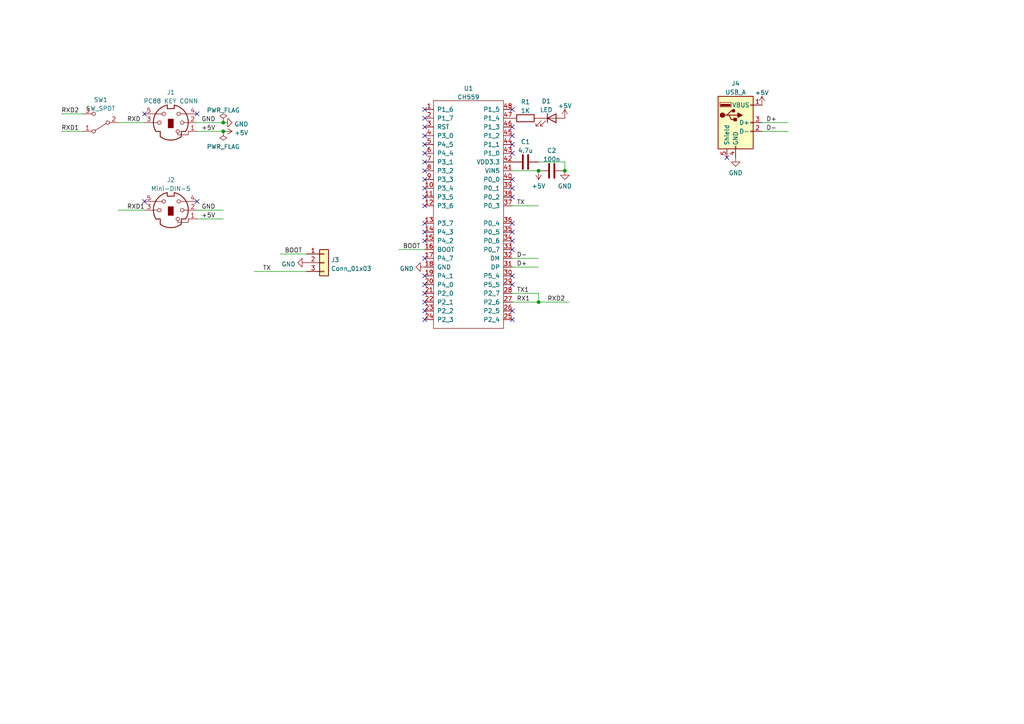
<source format=kicad_sch>
(kicad_sch (version 20211123) (generator eeschema)
  (paper "A4")
  (lib_symbols
    (symbol "Connector:Mini-DIN-5" (pin_names (offset 1.016))
      (property "Reference" "J" (at 0 6.35 0))
      (property "Value" "Mini-DIN-5" (at 0 -6.35 0))
      (symbol "Mini-DIN-5_0_1"
        (circle (center -3.302 0) (radius 0.508))
        (arc (start -3.048 -4.064) (mid 0 -5.08) (end 3.048 -4.064) (stroke (width 0.254)))
        (circle (center -2.032 2.54) (radius 0.508))
        (arc (start -1.016 5.08) (mid -4.6228 2.1214) (end -4.318 -2.54) (stroke (width 0.254)))
        (rectangle (start -0.762 1.016) (end 0.762 -1.524) (fill (type outline)))
        (polyline (pts (xy -3.81 0) (xy -5.08 0)))
        (polyline (pts (xy -2.54 2.54) (xy -5.08 2.54)))
        (polyline (pts (xy 2.794 2.54) (xy 5.08 2.54)))
        (polyline (pts (xy 5.08 0) (xy 3.81 0)))
        (polyline (pts (xy -4.318 -2.54) (xy -3.048 -2.54) (xy -3.048 -4.064)) (stroke (width 0.254)))
        (polyline (pts (xy 4.318 -2.54) (xy 3.048 -2.54) (xy 3.048 -4.064)) (stroke (width 0.254)))
        (polyline (pts (xy -1.016 5.08) (xy -1.016 4.064) (xy 1.016 4.064) (xy 1.016 5.08)) (stroke (width 0.254)))
        (polyline (pts (xy 2.032 -3.048) (xy 2.032 -3.556) (xy 5.08 -3.556) (xy 5.08 -2.54)))
        (circle (center 2.032 -2.54) (radius 0.508))
        (circle (center 2.286 2.54) (radius 0.508))
        (circle (center 3.302 0) (radius 0.508))
        (arc (start 4.318 -2.54) (mid 4.6661 2.1322) (end 1.016 5.08) (stroke (width 0.254)))
      )
      (symbol "Mini-DIN-5_1_1"
        (pin passive line (at 7.62 -2.54 180) (length 2.54) (name "~") (number "1"))
        (pin passive line (at 7.62 0 180) (length 2.54) (name "~") (number "2"))
        (pin passive line (at -7.62 0 0) (length 2.54) (name "~") (number "3"))
        (pin passive line (at 7.62 2.54 180) (length 2.54) (name "~") (number "4"))
        (pin passive line (at -7.62 2.54 0) (length 2.54) (name "~") (number "5"))
      )
    )
    (symbol "Connector:USB_A" (pin_names (offset 1.016))
      (property "Reference" "J" (at -5.08 11.43 0))
      (property "Value" "USB_A" (at -5.08 8.89 0))
      (symbol "USB_A_0_1"
        (rectangle (start -5.08 -7.62) (end 5.08 7.62) (stroke (width 0.254)) (fill (type background)))
        (circle (center -3.81 2.159) (radius 0.635) (stroke (width 0.254)) (fill (type outline)))
        (rectangle (start -1.524 4.826) (end -4.318 5.334) (fill (type outline)))
        (rectangle (start -1.27 4.572) (end -4.572 5.842))
        (circle (center -0.635 3.429) (radius 0.381) (stroke (width 0.254)) (fill (type outline)))
        (rectangle (start -0.127 -7.62) (end 0.127 -6.858))
        (polyline (pts (xy -3.175 2.159) (xy -2.54 2.159) (xy -1.27 3.429) (xy -0.635 3.429)) (stroke (width 0.254)))
        (polyline (pts (xy -2.54 2.159) (xy -1.905 2.159) (xy -1.27 0.889) (xy 0 0.889)) (stroke (width 0.254)))
        (polyline (pts (xy 0.635 2.794) (xy 0.635 1.524) (xy 1.905 2.159) (xy 0.635 2.794)) (stroke (width 0.254)) (fill (type outline)))
        (rectangle (start 0.254 1.27) (end -0.508 0.508) (stroke (width 0.254)) (fill (type outline)))
        (rectangle (start 5.08 -2.667) (end 4.318 -2.413))
        (rectangle (start 5.08 -0.127) (end 4.318 0.127))
        (rectangle (start 5.08 4.953) (end 4.318 5.207))
      )
      (symbol "USB_A_1_1"
        (polyline (pts (xy -1.905 2.159) (xy 0.635 2.159)) (stroke (width 0.254)))
        (pin power_in line (at 7.62 5.08 180) (length 2.54) (name "VBUS") (number "1"))
        (pin bidirectional line (at 7.62 -2.54 180) (length 2.54) (name "D-") (number "2"))
        (pin bidirectional line (at 7.62 0 180) (length 2.54) (name "D+") (number "3"))
        (pin power_in line (at 0 -10.16 90) (length 2.54) (name "GND") (number "4"))
        (pin passive line (at -2.54 -10.16 90) (length 2.54) (name "Shield") (number "5"))
      )
    )
    (symbol "Connector_Generic:Conn_01x03" (pin_names (offset 1.016) hide)
      (property "Reference" "J" (at 0 5.08 0))
      (property "Value" "Conn_01x03" (at 0 -5.08 0))
      (symbol "Conn_01x03_1_1"
        (rectangle (start -1.27 -2.413) (end 0 -2.667) (stroke (width 0.1524)))
        (rectangle (start -1.27 0.127) (end 0 -0.127) (stroke (width 0.1524)))
        (rectangle (start -1.27 2.667) (end 0 2.413) (stroke (width 0.1524)))
        (rectangle (start -1.27 3.81) (end 1.27 -3.81) (stroke (width 0.254)) (fill (type background)))
        (pin passive line (at -5.08 2.54 0) (length 3.81) (name "Pin_1") (number "1"))
        (pin passive line (at -5.08 0 0) (length 3.81) (name "Pin_2") (number "2"))
        (pin passive line (at -5.08 -2.54 0) (length 3.81) (name "Pin_3") (number "3"))
      )
    )
    (symbol "Device:C" (pin_numbers hide) (pin_names (offset 0.254))
      (property "Reference" "C" (at 0.635 2.54 0))
      (property "Value" "C" (at 0.635 -2.54 0))
      (symbol "C_0_1"
        (polyline (pts (xy -2.032 -0.762) (xy 2.032 -0.762)) (stroke (width 0.508)))
        (polyline (pts (xy -2.032 0.762) (xy 2.032 0.762)) (stroke (width 0.508)))
      )
      (symbol "C_1_1"
        (pin passive line (at 0 3.81 270) (length 2.794) (name "~") (number "1"))
        (pin passive line (at 0 -3.81 90) (length 2.794) (name "~") (number "2"))
      )
    )
    (symbol "Device:LED" (pin_numbers hide) (pin_names (offset 1.016) hide)
      (property "Reference" "D" (at 0 2.54 0))
      (property "Value" "LED" (at 0 -2.54 0))
      (symbol "LED_0_1"
        (polyline (pts (xy -1.27 -1.27) (xy -1.27 1.27)) (stroke (width 0.254)))
        (polyline (pts (xy -1.27 0) (xy 1.27 0)))
        (polyline (pts (xy 1.27 -1.27) (xy 1.27 1.27) (xy -1.27 0) (xy 1.27 -1.27)) (stroke (width 0.254)))
        (polyline (pts (xy -3.048 -0.762) (xy -4.572 -2.286) (xy -3.81 -2.286) (xy -4.572 -2.286) (xy -4.572 -1.524)))
        (polyline (pts (xy -1.778 -0.762) (xy -3.302 -2.286) (xy -2.54 -2.286) (xy -3.302 -2.286) (xy -3.302 -1.524)))
      )
      (symbol "LED_1_1"
        (pin passive line (at -3.81 0 0) (length 2.54) (name "K") (number "1"))
        (pin passive line (at 3.81 0 180) (length 2.54) (name "A") (number "2"))
      )
    )
    (symbol "Device:R" (pin_numbers hide) (pin_names (offset 0))
      (property "Reference" "R" (at 2.032 0 90))
      (property "Value" "R" (at 0 0 90))
      (symbol "R_0_1"
        (rectangle (start -1.016 -2.54) (end 1.016 2.54) (stroke (width 0.254)))
      )
      (symbol "R_1_1"
        (pin passive line (at 0 3.81 270) (length 1.27) (name "~") (number "1"))
        (pin passive line (at 0 -3.81 90) (length 1.27) (name "~") (number "2"))
      )
    )
    (symbol "Switch:SW_SPDT" (pin_names (offset 0) hide)
      (property "Reference" "SW" (at 0 4.318 0))
      (property "Value" "SW_SPDT" (at 0 -5.08 0))
      (symbol "SW_SPDT_0_0"
        (circle (center -2.032 0) (radius 0.508))
        (circle (center 2.032 -2.54) (radius 0.508))
      )
      (symbol "SW_SPDT_0_1"
        (polyline (pts (xy -1.524 0.254) (xy 1.651 2.286)))
        (circle (center 2.032 2.54) (radius 0.508))
      )
      (symbol "SW_SPDT_1_1"
        (pin passive line (at 5.08 2.54 180) (length 2.54) (name "A") (number "1"))
        (pin passive line (at -5.08 0 0) (length 2.54) (name "B") (number "2"))
        (pin passive line (at 5.08 -2.54 180) (length 2.54) (name "C") (number "3"))
      )
    )
    (symbol "power:+5V" (power) (pin_names (offset 0))
      (property "Value" "+5V" (at 0 3.556 0))
      (symbol "+5V_0_1"
        (polyline (pts (xy -0.762 1.27) (xy 0 2.54)))
        (polyline (pts (xy 0 0) (xy 0 2.54)))
        (polyline (pts (xy 0 2.54) (xy 0.762 1.27)))
      )
      (symbol "+5V_1_1"
        (pin power_in line (at 0 0 90) (length 0) hide (name "+5V") (number "1"))
      )
    )
    (symbol "power:GND" (power) (pin_names (offset 0))
      (property "Value" "GND" (at 0 -3.81 0))
      (symbol "GND_0_1"
        (polyline (pts (xy 0 0) (xy 0 -1.27) (xy 1.27 -1.27) (xy 0 -2.54) (xy -1.27 -1.27) (xy 0 -1.27)))
      )
      (symbol "GND_1_1"
        (pin power_in line (at 0 0 270) (length 0) hide (name "GND") (number "1"))
      )
    )
    (symbol "power:PWR_FLAG" (power) (pin_numbers hide) (pin_names (offset 0) hide)
      (property "Value" "PWR_FLAG" (at 0 3.81 0))
      (symbol "PWR_FLAG_0_0"
        (pin power_out line (at 0 0 90) (length 0) (name "pwr") (number "1"))
      )
      (symbol "PWR_FLAG_0_1"
        (polyline (pts (xy 0 0) (xy 0 1.27) (xy -1.016 1.905) (xy 0 2.54) (xy 1.016 1.905) (xy 0 1.27)))
      )
    )
    (symbol "toyoshim:CH559" (pin_names (offset 1.016))
      (property "Reference" "U" (at 0 36.83 0))
      (property "Value" "CH559" (at 0 34.29 0))
      (symbol "CH559_0_1"
        (rectangle (start -10.16 31.75) (end 10.16 -34.29))
      )
      (symbol "CH559_1_1"
        (pin tri_state line (at -12.7 29.21 0) (length 2.54) (name "P1_6") (number "1"))
        (pin tri_state line (at -12.7 6.35 0) (length 2.54) (name "P3_4") (number "10"))
        (pin tri_state line (at -12.7 3.81 0) (length 2.54) (name "P3_5") (number "11"))
        (pin tri_state line (at -12.7 1.27 0) (length 2.54) (name "P3_6") (number "12"))
        (pin tri_state line (at -12.7 -3.81 0) (length 2.54) (name "P3_7") (number "13"))
        (pin tri_state line (at -12.7 -6.35 0) (length 2.54) (name "P4_3") (number "14"))
        (pin tri_state line (at -12.7 -8.89 0) (length 2.54) (name "P4_2") (number "15"))
        (pin tri_state line (at -12.7 -11.43 0) (length 2.54) (name "BOOT") (number "16"))
        (pin tri_state line (at -12.7 -13.97 0) (length 2.54) (name "P4_7") (number "17"))
        (pin power_in line (at -12.7 -16.51 0) (length 2.54) (name "GND") (number "18"))
        (pin tri_state line (at -12.7 -19.05 0) (length 2.54) (name "P4_1") (number "19"))
        (pin tri_state line (at -12.7 26.67 0) (length 2.54) (name "P1_7") (number "2"))
        (pin tri_state line (at -12.7 -21.59 0) (length 2.54) (name "P4_0") (number "20"))
        (pin tri_state line (at -12.7 -24.13 0) (length 2.54) (name "P2_0") (number "21"))
        (pin tri_state line (at -12.7 -26.67 0) (length 2.54) (name "P2_1") (number "22"))
        (pin tri_state line (at -12.7 -29.21 0) (length 2.54) (name "P2_2") (number "23"))
        (pin tri_state line (at -12.7 -31.75 0) (length 2.54) (name "P2_3") (number "24"))
        (pin tri_state line (at 12.7 -31.75 180) (length 2.54) (name "P2_4") (number "25"))
        (pin tri_state line (at 12.7 -29.21 180) (length 2.54) (name "P2_5") (number "26"))
        (pin tri_state line (at 12.7 -26.67 180) (length 2.54) (name "P2_6") (number "27"))
        (pin tri_state line (at 12.7 -24.13 180) (length 2.54) (name "P2_7") (number "28"))
        (pin tri_state line (at 12.7 -21.59 180) (length 2.54) (name "P5_5") (number "29"))
        (pin tri_state line (at -12.7 24.13 0) (length 2.54) (name "RST") (number "3"))
        (pin tri_state line (at 12.7 -19.05 180) (length 2.54) (name "P5_4") (number "30"))
        (pin tri_state line (at 12.7 -16.51 180) (length 2.54) (name "DP") (number "31"))
        (pin tri_state line (at 12.7 -13.97 180) (length 2.54) (name "DM") (number "32"))
        (pin tri_state line (at 12.7 -11.43 180) (length 2.54) (name "P0_7") (number "33"))
        (pin tri_state line (at 12.7 -8.89 180) (length 2.54) (name "P0_6") (number "34"))
        (pin tri_state line (at 12.7 -6.35 180) (length 2.54) (name "P0_5") (number "35"))
        (pin tri_state line (at 12.7 -3.81 180) (length 2.54) (name "P0_4") (number "36"))
        (pin tri_state line (at 12.7 1.27 180) (length 2.54) (name "P0_3") (number "37"))
        (pin tri_state line (at 12.7 3.81 180) (length 2.54) (name "P0_2") (number "38"))
        (pin tri_state line (at 12.7 6.35 180) (length 2.54) (name "P0_1") (number "39"))
        (pin tri_state line (at -12.7 21.59 0) (length 2.54) (name "P3_0") (number "4"))
        (pin tri_state line (at 12.7 8.89 180) (length 2.54) (name "P0_0") (number "40"))
        (pin power_in line (at 12.7 11.43 180) (length 2.54) (name "VIN5") (number "41"))
        (pin power_out line (at 12.7 13.97 180) (length 2.54) (name "VDD3.3") (number "42"))
        (pin tri_state line (at 12.7 16.51 180) (length 2.54) (name "P1_0") (number "43"))
        (pin tri_state line (at 12.7 19.05 180) (length 2.54) (name "P1_1") (number "44"))
        (pin tri_state line (at 12.7 21.59 180) (length 2.54) (name "P1_2") (number "45"))
        (pin tri_state line (at 12.7 24.13 180) (length 2.54) (name "P1_3") (number "46"))
        (pin tri_state line (at 12.7 26.67 180) (length 2.54) (name "P1_4") (number "47"))
        (pin tri_state line (at 12.7 29.21 180) (length 2.54) (name "P1_5") (number "48"))
        (pin tri_state line (at -12.7 19.05 0) (length 2.54) (name "P4_5") (number "5"))
        (pin tri_state line (at -12.7 16.51 0) (length 2.54) (name "P4_4") (number "6"))
        (pin tri_state line (at -12.7 13.97 0) (length 2.54) (name "P3_1") (number "7"))
        (pin tri_state line (at -12.7 11.43 0) (length 2.54) (name "P3_2") (number "8"))
        (pin tri_state line (at -12.7 8.89 0) (length 2.54) (name "P3_3") (number "9"))
      )
    )
  )
  (junction (at 64.77 35.56))
  (junction (at 156.21 49.53))
  (junction (at 156.21 87.63))
  (junction (at 64.77 38.1))
  (junction (at 163.83 49.53))
  (no_connect (at 148.59 67.31))
  (no_connect (at 148.59 72.39))
  (no_connect (at 210.82 45.72))
  (no_connect (at 148.59 92.71))
  (no_connect (at 123.19 46.99))
  (no_connect (at 123.19 90.17))
  (no_connect (at 123.19 92.71))
  (no_connect (at 148.59 69.85))
  (no_connect (at 123.19 64.77))
  (no_connect (at 57.15 58.42))
  (no_connect (at 41.91 58.42))
  (no_connect (at 123.19 54.61))
  (no_connect (at 148.59 80.01))
  (no_connect (at 41.91 33.02))
  (no_connect (at 57.15 33.02))
  (no_connect (at 123.19 69.85))
  (no_connect (at 148.59 82.55))
  (no_connect (at 123.19 36.83))
  (no_connect (at 123.19 41.91))
  (no_connect (at 123.19 85.09))
  (no_connect (at 123.19 49.53))
  (no_connect (at 123.19 31.75))
  (no_connect (at 123.19 82.55))
  (no_connect (at 123.19 52.07))
  (no_connect (at 123.19 57.15))
  (no_connect (at 123.19 44.45))
  (no_connect (at 123.19 59.69))
  (no_connect (at 123.19 74.93))
  (no_connect (at 123.19 80.01))
  (no_connect (at 123.19 39.37))
  (no_connect (at 148.59 52.07))
  (no_connect (at 148.59 54.61))
  (no_connect (at 148.59 57.15))
  (no_connect (at 148.59 64.77))
  (no_connect (at 148.59 31.75))
  (no_connect (at 148.59 36.83))
  (no_connect (at 148.59 39.37))
  (no_connect (at 148.59 41.91))
  (no_connect (at 148.59 44.45))
  (no_connect (at 123.19 67.31))
  (no_connect (at 123.19 87.63))
  (no_connect (at 123.19 34.29))
  (no_connect (at 148.59 90.17))
  (wire (pts (xy 57.15 60.96) (xy 64.77 60.96)))
  (wire (pts (xy 73.66 78.74) (xy 88.9 78.74)))
  (wire (pts (xy 34.29 60.96) (xy 41.91 60.96)))
  (wire (pts (xy 156.21 87.63) (xy 165.1 87.63)))
  (wire (pts (xy 148.59 49.53) (xy 156.21 49.53)))
  (wire (pts (xy 57.15 35.56) (xy 64.77 35.56)))
  (wire (pts (xy 148.59 87.63) (xy 156.21 87.63)))
  (wire (pts (xy 17.78 33.02) (xy 24.13 33.02)))
  (wire (pts (xy 148.59 77.47) (xy 156.21 77.47)))
  (wire (pts (xy 17.78 38.1) (xy 24.13 38.1)))
  (wire (pts (xy 148.59 85.09) (xy 156.21 85.09)))
  (wire (pts (xy 81.28 73.66) (xy 88.9 73.66)))
  (wire (pts (xy 220.98 35.56) (xy 228.6 35.56)))
  (wire (pts (xy 148.59 74.93) (xy 156.21 74.93)))
  (wire (pts (xy 220.98 38.1) (xy 228.6 38.1)))
  (wire (pts (xy 115.57 72.39) (xy 123.19 72.39)))
  (wire (pts (xy 57.15 38.1) (xy 64.77 38.1)))
  (wire (pts (xy 34.29 35.56) (xy 41.91 35.56)))
  (wire (pts (xy 156.21 85.09) (xy 156.21 87.63)))
  (wire (pts (xy 57.15 63.5) (xy 64.77 63.5)))
  (wire (pts (xy 148.59 59.69) (xy 156.21 59.69)))
  (wire (pts (xy 156.21 46.99) (xy 163.83 46.99)))
  (wire (pts (xy 163.83 46.99) (xy 163.83 49.53)))
  (label "GND" (at 58.42 60.96 0))
  (label "RXD1" (at 36.83 60.96 0))
  (label "GND" (at 58.42 35.56 0))
  (label "TX" (at 76.2 78.74 0))
  (label "RXD2" (at 17.78 33.02 0))
  (label "BOOT" (at 116.84 72.39 0))
  (label "+5V" (at 58.42 38.1 0))
  (label "TX1" (at 149.86 85.09 0))
  (label "D+" (at 149.86 77.47 0))
  (label "TX" (at 149.86 59.69 0))
  (label "D-" (at 149.86 74.93 0))
  (label "RXD2" (at 158.75 87.63 0))
  (label "D-" (at 222.25 38.1 0))
  (label "D+" (at 222.25 35.56 0))
  (label "RX1" (at 149.86 87.63 0))
  (label "RXD" (at 36.83 35.56 0))
  (label "+5V" (at 58.42 63.5 0))
  (label "RXD1" (at 17.78 38.1 0))
  (label "BOOT" (at 82.55 73.66 0))
  (symbol (lib_id "Device:LED") (at 160.02 34.29 0) (unit 1)
    (property "Reference" "D1" (at 158.4325 29.3202 0))
    (property "Value" "LED" (at 158.4325 31.8571 0))
    (property "Footprint" "Diode_SMD:D_0603_1608Metric_Pad1.05x0.95mm_HandSolder" (effects hide))
  )
  (symbol (lib_id "power:GND") (at 88.9 76.2 270) (unit 1)
    (property "Reference" "#PWR01" (effects hide))
    (property "Value" "GND" (at 85.7251 76.6338 90) (effects (justify right)))
  )
  (symbol (lib_id "power:PWR_FLAG") (at 64.77 38.1 180) (unit 1)
    (property "Reference" "#FLG0102" (effects hide))
    (property "Value" "PWR_FLAG" (at 64.77 42.5434 0))
  )
  (symbol (lib_id "toyoshim:CH559") (at 135.89 60.96 0) (unit 1)
    (property "Reference" "U1" (at 135.89 25.6372 0))
    (property "Value" "CH559" (at 135.89 28.1741 0))
    (property "Footprint" "Package_QFP:LQFP-48_7x7mm_P0.5mm" (effects hide))
  )
  (symbol (lib_id "Device:R") (at 152.4 34.29 90) (unit 1)
    (property "Reference" "R1" (at 152.4 29.5742 90))
    (property "Value" "1K" (at 152.4 32.1111 90))
    (property "Footprint" "Resistor_SMD:R_0603_1608Metric_Pad0.98x0.95mm_HandSolder" (effects hide))
  )
  (symbol (lib_id "Connector:Mini-DIN-5") (at 49.53 60.96 0) (unit 1)
    (property "Reference" "J2" (at 49.5477 52.1802 0))
    (property "Value" "Mini-DIN-5" (at 49.5477 54.7171 0))
    (property "Footprint" "toyoshim:Mini-DIN 5 Pin Connector" (effects hide))
    (property "Datasheet" "http://service.powerdynamics.com/ec/Catalog17/Section%2011.pdf" (effects hide))
  )
  (symbol (lib_id "power:+5V") (at 156.21 49.53 180) (unit 1)
    (property "Reference" "#PWR03" (effects hide))
    (property "Value" "+5V" (at 156.21 53.9734 0))
  )
  (symbol (lib_id "Connector:USB_A") (at 213.36 35.56 0) (unit 1)
    (property "Reference" "J4" (at 213.36 24.2402 0))
    (property "Value" "USB_A" (at 213.36 26.7771 0))
    (property "Footprint" "toyoshim:USB_A_Female_USB-AF-DIP-154-HW-S" (effects hide))
    (property "Datasheet" " ~" (effects hide))
  )
  (symbol (lib_id "power:+5V") (at 220.98 30.48 0) (unit 1)
    (property "Reference" "#PWR07" (effects hide))
    (property "Value" "+5V" (at 220.98 26.9042 0))
  )
  (symbol (lib_id "Device:C") (at 160.02 49.53 90) (unit 1)
    (property "Reference" "C2" (at 160.02 43.6712 90))
    (property "Value" "100n" (at 160.02 46.2081 90))
    (property "Footprint" "Capacitor_SMD:C_0603_1608Metric_Pad1.08x0.95mm_HandSolder" (effects hide))
  )
  (symbol (lib_id "power:PWR_FLAG") (at 64.77 35.56 0) (unit 1)
    (property "Reference" "#FLG0101" (effects hide))
    (property "Value" "PWR_FLAG" (at 64.77 31.9842 0))
  )
  (symbol (lib_id "Connector_Generic:Conn_01x03") (at 93.98 76.2 0) (unit 1)
    (property "Reference" "J3" (at 96.012 75.3653 0) (effects (justify left)))
    (property "Value" "Conn_01x03" (at 96.012 77.9022 0) (effects (justify left)))
    (property "Footprint" "Connector_PinHeader_2.54mm:PinHeader_1x03_P2.54mm_Vertical" (effects hide))
  )
  (symbol (lib_id "power:GND") (at 123.19 77.47 270) (unit 1)
    (property "Reference" "#PWR02" (effects hide))
    (property "Value" "GND" (at 120.0151 77.9038 90) (effects (justify right)))
  )
  (symbol (lib_id "power:+5V") (at 163.83 34.29 0) (unit 1)
    (property "Reference" "#PWR04" (effects hide))
    (property "Value" "+5V" (at 163.83 30.7142 0))
  )
  (symbol (lib_id "Switch:SW_SPDT") (at 29.21 35.56 180) (unit 1)
    (property "Reference" "SW1" (at 29.21 28.9392 0))
    (property "Value" "SW_SPDT" (at 29.21 31.4761 0))
    (property "Footprint" "digikey:Switch_Slide_11.6x4mm_EG1218" (effects hide))
  )
  (symbol (lib_id "power:+5V") (at 64.77 38.1 270) (unit 1)
    (property "Reference" "#PWR0102" (effects hide))
    (property "Value" "+5V" (at 67.945 38.5338 90) (effects (justify left)))
  )
  (symbol (lib_id "power:GND") (at 163.83 49.53 0) (unit 1)
    (property "Reference" "#PWR05" (effects hide))
    (property "Value" "GND" (at 163.83 53.9734 0))
  )
  (symbol (lib_id "power:GND") (at 213.36 45.72 0) (unit 1)
    (property "Reference" "#PWR06" (effects hide))
    (property "Value" "GND" (at 213.36 50.1634 0))
  )
  (symbol (lib_id "Device:C") (at 152.4 46.99 90) (unit 1)
    (property "Reference" "C1" (at 152.4 41.1312 90))
    (property "Value" "4.7u" (at 152.4 43.6681 90))
    (property "Footprint" "Capacitor_SMD:C_0603_1608Metric_Pad1.08x0.95mm_HandSolder" (effects hide))
  )
  (symbol (lib_id "power:GND") (at 64.77 35.56 90) (unit 1)
    (property "Reference" "#PWR0101" (effects hide))
    (property "Value" "GND" (at 67.945 35.9938 90) (effects (justify right)))
  )
  (symbol (lib_id "Connector:Mini-DIN-5") (at 49.53 35.56 0) (unit 1)
    (property "Reference" "J1" (at 49.5477 26.7802 0))
    (property "Value" "PC88 KEY CONN" (at 49.5477 29.3171 0))
    (property "Footprint" "toyoshim:Mini-DIN 5 Pin Connector" (effects hide))
    (property "Datasheet" "http://service.powerdynamics.com/ec/Catalog17/Section%2011.pdf" (effects hide))
  )
)
</source>
